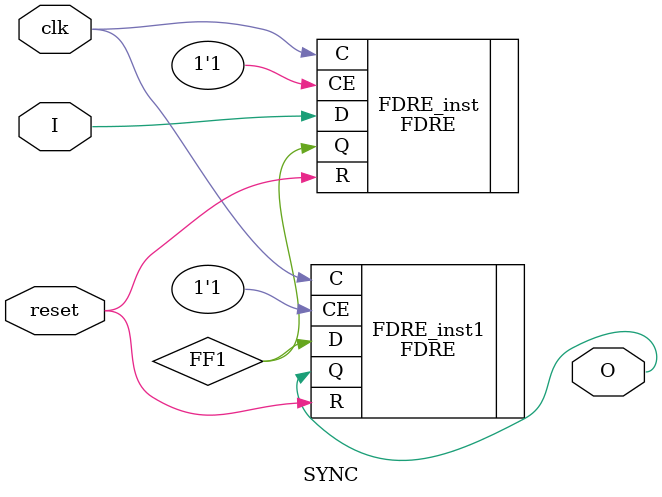
<source format=v>
`timescale 1ns / 1ps


module SYNC(
output O,
input I,
input clk,
input reset
    );
    
    
      (* ASYNC_REG = "TRUE" *) wire FF1;
    
             FDRE
        #(
            .INIT(1'b0)//Initialvalueofregister(1'b0or1'b1)
         )
        FDRE_inst(
        .Q(FF1),//1-bit Data output
        .C(clk),//1-bit Clock input
        .CE(1'b1), //1-bit Clock enable input
        .R(reset),//1- bit Synchronous reset input
        .D(I)//1 -bit Data input
        );
        
        
                     FDRE
        #(
            .INIT(1'b0)//Initialvalueofregister(1'b0or1'b1)
         )
        FDRE_inst1(
        .Q(O),//1-bit Data output
        .C(clk),//1-bit Clock input
        .CE(1'b1), //1-bit Clock enable input
        .R(reset),//1- bit Synchronous reset input
        .D(FF1)//1 -bit Data input
        );
        
        
        
        
endmodule

</source>
